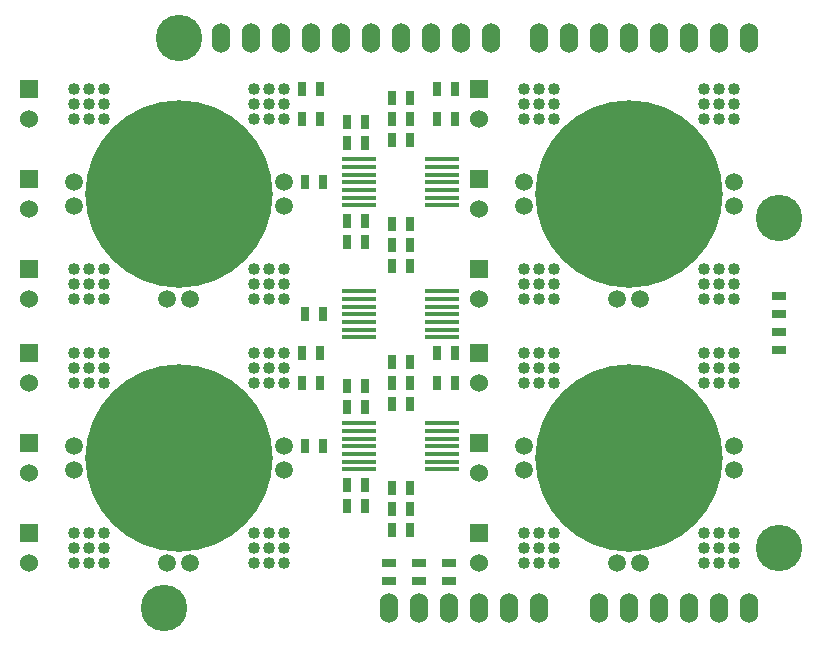
<source format=gts>
G04 (created by PCBNEW (2013-07-07 BZR 4022)-stable) date 11/3/2017 9:35:14 AM*
%MOIN*%
G04 Gerber Fmt 3.4, Leading zero omitted, Abs format*
%FSLAX34Y34*%
G01*
G70*
G90*
G04 APERTURE LIST*
%ADD10C,0.00590551*%
%ADD11C,0.625*%
%ADD12C,0.04*%
%ADD13C,0.0590551*%
%ADD14R,0.06X0.06*%
%ADD15C,0.06*%
%ADD16R,0.025X0.045*%
%ADD17R,0.045X0.025*%
%ADD18R,0.1158X0.0165*%
%ADD19O,0.06X0.1*%
%ADD20C,0.155*%
G04 APERTURE END LIST*
G54D10*
G54D11*
X85500Y-70000D03*
G54D12*
X82500Y-67000D03*
X82500Y-73000D03*
X82000Y-67500D03*
X83000Y-67500D03*
X83000Y-66500D03*
X82000Y-66500D03*
X82500Y-67500D03*
X82000Y-67000D03*
X82500Y-66500D03*
X83000Y-67000D03*
X82000Y-72500D03*
X82500Y-72500D03*
X83000Y-72500D03*
X83000Y-73000D03*
X83000Y-73500D03*
X82500Y-73500D03*
X82000Y-73500D03*
X82000Y-73000D03*
X88000Y-72500D03*
X88500Y-72500D03*
X89000Y-72500D03*
X89000Y-73000D03*
X88500Y-73000D03*
X88000Y-73000D03*
X88000Y-73500D03*
X88500Y-73500D03*
X89000Y-73500D03*
X88000Y-67500D03*
X88000Y-67000D03*
X88000Y-66500D03*
X88500Y-66500D03*
X88500Y-67000D03*
X88500Y-67500D03*
X89000Y-67500D03*
X89000Y-67000D03*
X89000Y-66500D03*
G54D13*
X85105Y-73500D03*
X85895Y-73500D03*
X82000Y-69605D03*
X82000Y-70395D03*
X89000Y-70395D03*
X89000Y-69605D03*
G54D11*
X70500Y-61200D03*
G54D12*
X67500Y-58200D03*
X67500Y-64200D03*
X67000Y-58700D03*
X68000Y-58700D03*
X68000Y-57700D03*
X67000Y-57700D03*
X67500Y-58700D03*
X67000Y-58200D03*
X67500Y-57700D03*
X68000Y-58200D03*
X67000Y-63700D03*
X67500Y-63700D03*
X68000Y-63700D03*
X68000Y-64200D03*
X68000Y-64700D03*
X67500Y-64700D03*
X67000Y-64700D03*
X67000Y-64200D03*
X73000Y-63700D03*
X73500Y-63700D03*
X74000Y-63700D03*
X74000Y-64200D03*
X73500Y-64200D03*
X73000Y-64200D03*
X73000Y-64700D03*
X73500Y-64700D03*
X74000Y-64700D03*
X73000Y-58700D03*
X73000Y-58200D03*
X73000Y-57700D03*
X73500Y-57700D03*
X73500Y-58200D03*
X73500Y-58700D03*
X74000Y-58700D03*
X74000Y-58200D03*
X74000Y-57700D03*
G54D13*
X70105Y-64700D03*
X70895Y-64700D03*
X67000Y-60805D03*
X67000Y-61595D03*
X74000Y-61595D03*
X74000Y-60805D03*
G54D11*
X85500Y-61200D03*
G54D12*
X82500Y-58200D03*
X82500Y-64200D03*
X82000Y-58700D03*
X83000Y-58700D03*
X83000Y-57700D03*
X82000Y-57700D03*
X82500Y-58700D03*
X82000Y-58200D03*
X82500Y-57700D03*
X83000Y-58200D03*
X82000Y-63700D03*
X82500Y-63700D03*
X83000Y-63700D03*
X83000Y-64200D03*
X83000Y-64700D03*
X82500Y-64700D03*
X82000Y-64700D03*
X82000Y-64200D03*
X88000Y-63700D03*
X88500Y-63700D03*
X89000Y-63700D03*
X89000Y-64200D03*
X88500Y-64200D03*
X88000Y-64200D03*
X88000Y-64700D03*
X88500Y-64700D03*
X89000Y-64700D03*
X88000Y-58700D03*
X88000Y-58200D03*
X88000Y-57700D03*
X88500Y-57700D03*
X88500Y-58200D03*
X88500Y-58700D03*
X89000Y-58700D03*
X89000Y-58200D03*
X89000Y-57700D03*
G54D13*
X85105Y-64700D03*
X85895Y-64700D03*
X82000Y-60805D03*
X82000Y-61595D03*
X89000Y-61595D03*
X89000Y-60805D03*
G54D11*
X70500Y-70000D03*
G54D12*
X67500Y-67000D03*
X67500Y-73000D03*
X67000Y-67500D03*
X68000Y-67500D03*
X68000Y-66500D03*
X67000Y-66500D03*
X67500Y-67500D03*
X67000Y-67000D03*
X67500Y-66500D03*
X68000Y-67000D03*
X67000Y-72500D03*
X67500Y-72500D03*
X68000Y-72500D03*
X68000Y-73000D03*
X68000Y-73500D03*
X67500Y-73500D03*
X67000Y-73500D03*
X67000Y-73000D03*
X73000Y-72500D03*
X73500Y-72500D03*
X74000Y-72500D03*
X74000Y-73000D03*
X73500Y-73000D03*
X73000Y-73000D03*
X73000Y-73500D03*
X73500Y-73500D03*
X74000Y-73500D03*
X73000Y-67500D03*
X73000Y-67000D03*
X73000Y-66500D03*
X73500Y-66500D03*
X73500Y-67000D03*
X73500Y-67500D03*
X74000Y-67500D03*
X74000Y-67000D03*
X74000Y-66500D03*
G54D13*
X70105Y-73500D03*
X70895Y-73500D03*
X67000Y-69605D03*
X67000Y-70395D03*
X74000Y-70395D03*
X74000Y-69605D03*
G54D14*
X80500Y-66500D03*
G54D15*
X80500Y-67500D03*
G54D14*
X80500Y-72500D03*
G54D15*
X80500Y-73500D03*
G54D14*
X80500Y-69500D03*
G54D15*
X80500Y-70500D03*
G54D14*
X65500Y-69500D03*
G54D15*
X65500Y-70500D03*
G54D14*
X65500Y-66500D03*
G54D15*
X65500Y-67500D03*
G54D14*
X65500Y-72500D03*
G54D15*
X65500Y-73500D03*
G54D14*
X80500Y-60700D03*
G54D15*
X80500Y-61700D03*
G54D14*
X80500Y-57700D03*
G54D15*
X80500Y-58700D03*
G54D14*
X80500Y-63700D03*
G54D15*
X80500Y-64700D03*
G54D14*
X65500Y-60700D03*
G54D15*
X65500Y-61700D03*
G54D14*
X65500Y-57700D03*
G54D15*
X65500Y-58700D03*
G54D14*
X65500Y-63700D03*
G54D15*
X65500Y-64700D03*
G54D16*
X77600Y-68200D03*
X78200Y-68200D03*
X77600Y-62900D03*
X78200Y-62900D03*
X77600Y-63600D03*
X78200Y-63600D03*
X74600Y-67500D03*
X75200Y-67500D03*
X76100Y-68300D03*
X76700Y-68300D03*
X76100Y-67600D03*
X76700Y-67600D03*
X75200Y-66500D03*
X74600Y-66500D03*
X77600Y-66800D03*
X78200Y-66800D03*
X77600Y-67500D03*
X78200Y-67500D03*
X77600Y-62200D03*
X78200Y-62200D03*
X79700Y-66500D03*
X79100Y-66500D03*
X76100Y-70900D03*
X76700Y-70900D03*
X76100Y-71600D03*
X76700Y-71600D03*
X79100Y-67500D03*
X79700Y-67500D03*
X77600Y-72400D03*
X78200Y-72400D03*
X77600Y-71700D03*
X78200Y-71700D03*
X77600Y-71000D03*
X78200Y-71000D03*
X75300Y-60800D03*
X74700Y-60800D03*
X79100Y-58700D03*
X79700Y-58700D03*
X76100Y-62800D03*
X76700Y-62800D03*
X76100Y-62100D03*
X76700Y-62100D03*
X79700Y-57700D03*
X79100Y-57700D03*
X77600Y-58000D03*
X78200Y-58000D03*
X77600Y-58700D03*
X78200Y-58700D03*
X77600Y-59400D03*
X78200Y-59400D03*
X75200Y-57700D03*
X74600Y-57700D03*
X76100Y-58800D03*
X76700Y-58800D03*
X76100Y-59500D03*
X76700Y-59500D03*
X74600Y-58700D03*
X75200Y-58700D03*
G54D17*
X79500Y-74100D03*
X79500Y-73500D03*
X77500Y-73500D03*
X77500Y-74100D03*
X78500Y-73500D03*
X78500Y-74100D03*
G54D16*
X75300Y-69600D03*
X74700Y-69600D03*
G54D17*
X90500Y-65800D03*
X90500Y-66400D03*
X90500Y-65200D03*
X90500Y-64600D03*
G54D18*
X76508Y-60800D03*
X76508Y-61056D03*
X76508Y-61312D03*
X76508Y-61568D03*
X79291Y-61568D03*
X76508Y-60032D03*
X76508Y-60288D03*
X76508Y-60544D03*
X79291Y-61312D03*
X79291Y-61056D03*
X79291Y-60800D03*
X79291Y-60544D03*
X79291Y-60288D03*
X79291Y-60032D03*
X76508Y-69600D03*
X76508Y-69856D03*
X76508Y-70112D03*
X76508Y-70368D03*
X79291Y-70368D03*
X76508Y-68832D03*
X76508Y-69088D03*
X76508Y-69344D03*
X79291Y-70112D03*
X79291Y-69856D03*
X79291Y-69600D03*
X79291Y-69344D03*
X79291Y-69088D03*
X79291Y-68832D03*
X76508Y-65200D03*
X76508Y-65456D03*
X76508Y-65712D03*
X76508Y-65968D03*
X79291Y-65968D03*
X76508Y-64432D03*
X76508Y-64688D03*
X76508Y-64944D03*
X79291Y-65712D03*
X79291Y-65456D03*
X79291Y-65200D03*
X79291Y-64944D03*
X79291Y-64688D03*
X79291Y-64432D03*
G54D16*
X75300Y-65200D03*
X74700Y-65200D03*
G54D19*
X89500Y-75000D03*
X88500Y-75000D03*
X87500Y-75000D03*
X84500Y-75000D03*
X85500Y-75000D03*
X86500Y-75000D03*
X82500Y-75000D03*
X81500Y-75000D03*
X80500Y-75000D03*
X78500Y-75000D03*
X77500Y-75000D03*
X89500Y-56000D03*
X88500Y-56000D03*
X87500Y-56000D03*
X86500Y-56000D03*
X85500Y-56000D03*
X84500Y-56000D03*
X83500Y-56000D03*
X82500Y-56000D03*
X80900Y-56000D03*
X79900Y-56000D03*
X78900Y-56000D03*
X77900Y-56000D03*
X76900Y-56000D03*
X75900Y-56000D03*
X74900Y-56000D03*
X73900Y-56000D03*
X79500Y-75000D03*
G54D20*
X90500Y-73000D03*
X90500Y-62000D03*
X70500Y-56000D03*
X70000Y-75000D03*
G54D19*
X72900Y-56000D03*
X71900Y-56000D03*
M02*

</source>
